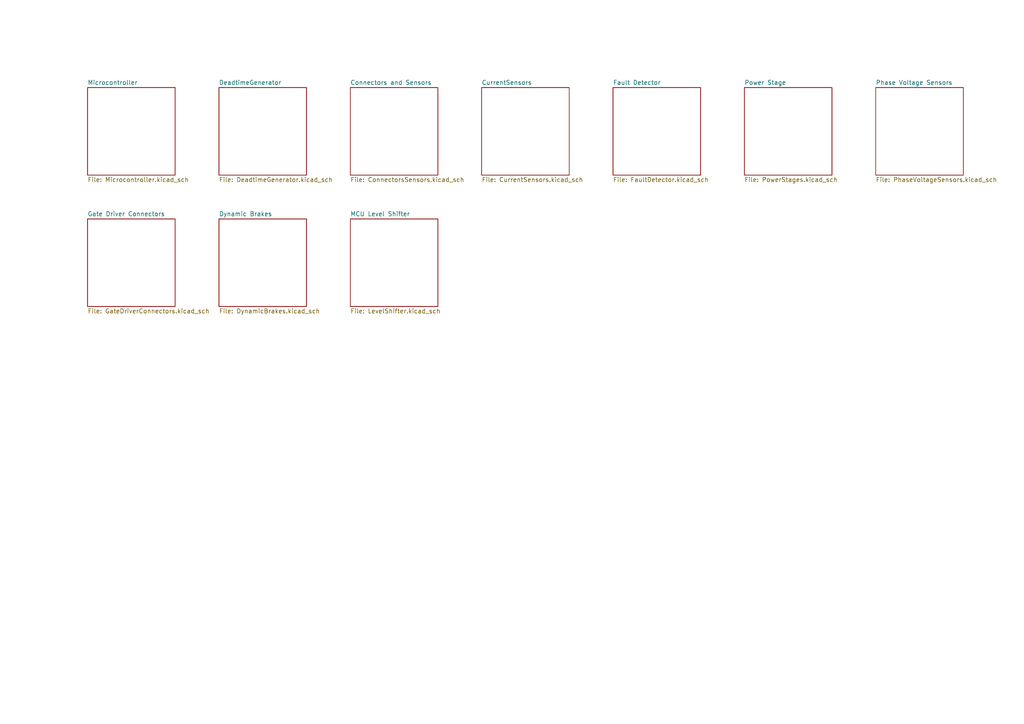
<source format=kicad_sch>
(kicad_sch
	(version 20231120)
	(generator "eeschema")
	(generator_version "8.0")
	(uuid "50c926ca-e56d-464e-84a9-9f471dafbf62")
	(paper "A4")
	(title_block
		(title "1200V, 600A Traction Inverter")
		(date "2025-02-06")
		(rev "1")
		(company "University of California, Santa Cruz")
	)
	(lib_symbols)
	(sheet
		(at 215.9 25.4)
		(size 25.4 25.4)
		(fields_autoplaced yes)
		(stroke
			(width 0.1524)
			(type solid)
		)
		(fill
			(color 0 0 0 0.0000)
		)
		(uuid "3d976d82-3f75-4fca-a6d5-90ed17f44cc2")
		(property "Sheetname" "Power Stage"
			(at 215.9 24.6884 0)
			(effects
				(font
					(size 1.27 1.27)
				)
				(justify left bottom)
			)
		)
		(property "Sheetfile" "PowerStages.kicad_sch"
			(at 215.9 51.3846 0)
			(effects
				(font
					(size 1.27 1.27)
				)
				(justify left top)
			)
		)
		(instances
			(project "MainInverter"
				(path "/50c926ca-e56d-464e-84a9-9f471dafbf62"
					(page "9")
				)
			)
		)
	)
	(sheet
		(at 101.6 25.4)
		(size 25.4 25.4)
		(fields_autoplaced yes)
		(stroke
			(width 0.1524)
			(type solid)
		)
		(fill
			(color 0 0 0 0.0000)
		)
		(uuid "5600c9f4-a75c-4ad7-9a53-6d95973bf841")
		(property "Sheetname" "Connectors and Sensors"
			(at 101.6 24.6884 0)
			(effects
				(font
					(size 1.27 1.27)
				)
				(justify left bottom)
			)
		)
		(property "Sheetfile" "ConnectorsSensors.kicad_sch"
			(at 101.6 51.3846 0)
			(effects
				(font
					(size 1.27 1.27)
				)
				(justify left top)
			)
		)
		(instances
			(project "MainInverter"
				(path "/50c926ca-e56d-464e-84a9-9f471dafbf62"
					(page "4")
				)
			)
		)
	)
	(sheet
		(at 101.6 63.5)
		(size 25.4 25.4)
		(fields_autoplaced yes)
		(stroke
			(width 0.1524)
			(type solid)
		)
		(fill
			(color 0 0 0 0.0000)
		)
		(uuid "56aadc24-a461-445c-90c1-565f337a6601")
		(property "Sheetname" "MCU Level Shifter"
			(at 101.6 62.7884 0)
			(effects
				(font
					(size 1.27 1.27)
				)
				(justify left bottom)
			)
		)
		(property "Sheetfile" "LevelShifter.kicad_sch"
			(at 101.6 89.4846 0)
			(effects
				(font
					(size 1.27 1.27)
				)
				(justify left top)
			)
		)
		(property "Field2" ""
			(at 101.6 63.5 0)
			(effects
				(font
					(size 1.27 1.27)
				)
				(hide yes)
			)
		)
		(instances
			(project "MainInverter"
				(path "/50c926ca-e56d-464e-84a9-9f471dafbf62"
					(page "11")
				)
			)
		)
	)
	(sheet
		(at 177.8 25.4)
		(size 25.4 25.4)
		(fields_autoplaced yes)
		(stroke
			(width 0.1524)
			(type solid)
		)
		(fill
			(color 0 0 0 0.0000)
		)
		(uuid "6c953c5a-fa9c-49fd-a056-9fa41904417c")
		(property "Sheetname" "Fault Detector"
			(at 177.8 24.6884 0)
			(effects
				(font
					(size 1.27 1.27)
				)
				(justify left bottom)
			)
		)
		(property "Sheetfile" "FaultDetector.kicad_sch"
			(at 177.8 51.3846 0)
			(effects
				(font
					(size 1.27 1.27)
				)
				(justify left top)
			)
		)
		(instances
			(project "MainInverter"
				(path "/50c926ca-e56d-464e-84a9-9f471dafbf62"
					(page "6")
				)
			)
		)
	)
	(sheet
		(at 139.7 25.4)
		(size 25.4 25.4)
		(fields_autoplaced yes)
		(stroke
			(width 0.1524)
			(type solid)
		)
		(fill
			(color 0 0 0 0.0000)
		)
		(uuid "8a657f0e-f9ea-4faa-b439-397d6b892926")
		(property "Sheetname" "CurrentSensors"
			(at 139.7 24.6884 0)
			(effects
				(font
					(size 1.27 1.27)
				)
				(justify left bottom)
			)
		)
		(property "Sheetfile" "CurrentSensors.kicad_sch"
			(at 139.7 51.3846 0)
			(effects
				(font
					(size 1.27 1.27)
				)
				(justify left top)
			)
		)
		(instances
			(project "MainInverter"
				(path "/50c926ca-e56d-464e-84a9-9f471dafbf62"
					(page "5")
				)
			)
		)
	)
	(sheet
		(at 63.5 25.4)
		(size 25.4 25.4)
		(fields_autoplaced yes)
		(stroke
			(width 0.1524)
			(type solid)
		)
		(fill
			(color 0 0 0 0.0000)
		)
		(uuid "8abe7862-6fe3-4772-8865-64cf6d0c29df")
		(property "Sheetname" "DeadtimeGenerator"
			(at 63.5 24.6884 0)
			(effects
				(font
					(size 1.27 1.27)
				)
				(justify left bottom)
			)
		)
		(property "Sheetfile" "DeadtimeGenerator.kicad_sch"
			(at 63.5 51.3846 0)
			(effects
				(font
					(size 1.27 1.27)
				)
				(justify left top)
			)
		)
		(instances
			(project "MainInverter"
				(path "/50c926ca-e56d-464e-84a9-9f471dafbf62"
					(page "3")
				)
			)
		)
	)
	(sheet
		(at 25.4 25.4)
		(size 25.4 25.4)
		(fields_autoplaced yes)
		(stroke
			(width 0.1524)
			(type solid)
		)
		(fill
			(color 0 0 0 0.0000)
		)
		(uuid "a2cc0e5a-ef9d-40f0-9cba-bb255bee87be")
		(property "Sheetname" "Microcontroller"
			(at 25.4 24.6884 0)
			(effects
				(font
					(size 1.27 1.27)
				)
				(justify left bottom)
			)
		)
		(property "Sheetfile" "Microcontroller.kicad_sch"
			(at 25.4 51.3846 0)
			(effects
				(font
					(size 1.27 1.27)
				)
				(justify left top)
			)
		)
		(instances
			(project "MainInverter"
				(path "/50c926ca-e56d-464e-84a9-9f471dafbf62"
					(page "2")
				)
			)
		)
	)
	(sheet
		(at 63.5 63.5)
		(size 25.4 25.4)
		(fields_autoplaced yes)
		(stroke
			(width 0.1524)
			(type solid)
		)
		(fill
			(color 0 0 0 0.0000)
		)
		(uuid "ad0007fc-5711-4e62-9143-fcdd8d324cfe")
		(property "Sheetname" "Dynamic Brakes"
			(at 63.5 62.7884 0)
			(effects
				(font
					(size 1.27 1.27)
				)
				(justify left bottom)
			)
		)
		(property "Sheetfile" "DynamicBrakes.kicad_sch"
			(at 63.5 89.4846 0)
			(effects
				(font
					(size 1.27 1.27)
				)
				(justify left top)
			)
		)
		(instances
			(project "MainInverter"
				(path "/50c926ca-e56d-464e-84a9-9f471dafbf62"
					(page "10")
				)
			)
		)
	)
	(sheet
		(at 25.4 63.5)
		(size 25.4 25.4)
		(fields_autoplaced yes)
		(stroke
			(width 0.1524)
			(type solid)
		)
		(fill
			(color 0 0 0 0.0000)
		)
		(uuid "ba6f5450-e6f9-4c8b-8618-6ec8a1990abe")
		(property "Sheetname" "Gate Driver Connectors"
			(at 25.4 62.7884 0)
			(effects
				(font
					(size 1.27 1.27)
				)
				(justify left bottom)
			)
		)
		(property "Sheetfile" "GateDriverConnectors.kicad_sch"
			(at 25.4 89.4846 0)
			(effects
				(font
					(size 1.27 1.27)
				)
				(justify left top)
			)
		)
		(instances
			(project "MainInverter"
				(path "/50c926ca-e56d-464e-84a9-9f471dafbf62"
					(page "7")
				)
			)
		)
	)
	(sheet
		(at 254 25.4)
		(size 25.4 25.4)
		(fields_autoplaced yes)
		(stroke
			(width 0.1524)
			(type solid)
		)
		(fill
			(color 0 0 0 0.0000)
		)
		(uuid "e43c48df-ab0f-4fef-aeb0-570920bd4919")
		(property "Sheetname" "Phase Voltage Sensors"
			(at 254 24.6884 0)
			(effects
				(font
					(size 1.27 1.27)
				)
				(justify left bottom)
			)
		)
		(property "Sheetfile" "PhaseVoltageSensors.kicad_sch"
			(at 254 51.3846 0)
			(effects
				(font
					(size 1.27 1.27)
				)
				(justify left top)
			)
		)
		(instances
			(project "MainInverter"
				(path "/50c926ca-e56d-464e-84a9-9f471dafbf62"
					(page "8")
				)
			)
		)
	)
	(sheet_instances
		(path "/"
			(page "1")
		)
	)
)

</source>
